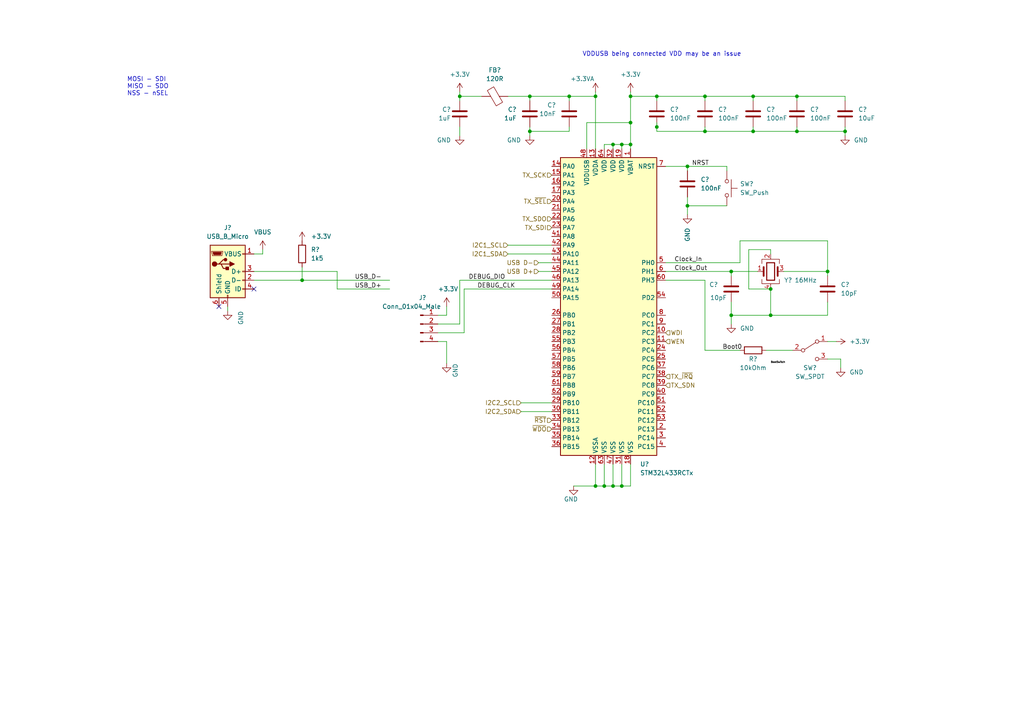
<source format=kicad_sch>
(kicad_sch (version 20211123) (generator eeschema)
  (paper "A4")
  (lib_symbols
    (symbol "Connector:Conn_01x04_Male" (pin_names (offset 1.016) hide)
      (property "Reference" "J" (at 0 5.08 0))
      (property "Value" "Conn_01x04_Male" (at 0 -7.62 0))
      (symbol "Conn_01x04_Male_1_1"
        (polyline (pts (xy 1.27 -5.08) (xy 0.8636 -5.08)) (stroke (width 0.1524)))
        (polyline (pts (xy 1.27 -2.54) (xy 0.8636 -2.54)) (stroke (width 0.1524)))
        (polyline (pts (xy 1.27 0) (xy 0.8636 0)) (stroke (width 0.1524)))
        (polyline (pts (xy 1.27 2.54) (xy 0.8636 2.54)) (stroke (width 0.1524)))
        (rectangle (start 0.8636 -4.953) (end 0 -5.207) (stroke (width 0.1524)) (fill (type outline)))
        (rectangle (start 0.8636 -2.413) (end 0 -2.667) (stroke (width 0.1524)) (fill (type outline)))
        (rectangle (start 0.8636 0.127) (end 0 -0.127) (stroke (width 0.1524)) (fill (type outline)))
        (rectangle (start 0.8636 2.667) (end 0 2.413) (stroke (width 0.1524)) (fill (type outline)))
        (pin passive line (at 5.08 2.54 180) (length 3.81) (name "Pin_1") (number "1"))
        (pin passive line (at 5.08 0 180) (length 3.81) (name "Pin_2") (number "2"))
        (pin passive line (at 5.08 -2.54 180) (length 3.81) (name "Pin_3") (number "3"))
        (pin passive line (at 5.08 -5.08 180) (length 3.81) (name "Pin_4") (number "4"))
      )
    )
    (symbol "Connector:USB_B_Micro" (pin_names (offset 1.016))
      (property "Reference" "J" (at -5.08 11.43 0))
      (property "Value" "USB_B_Micro" (at -5.08 8.89 0))
      (symbol "USB_B_Micro_0_1"
        (rectangle (start -5.08 -7.62) (end 5.08 7.62) (stroke (width 0.254)) (fill (type background)))
        (circle (center -3.81 2.159) (radius 0.635) (stroke (width 0.254)) (fill (type outline)))
        (circle (center -0.635 3.429) (radius 0.381) (stroke (width 0.254)) (fill (type outline)))
        (rectangle (start -0.127 -7.62) (end 0.127 -6.858))
        (polyline (pts (xy -1.905 2.159) (xy 0.635 2.159)) (stroke (width 0.254)))
        (polyline (pts (xy -3.175 2.159) (xy -2.54 2.159) (xy -1.27 3.429) (xy -0.635 3.429)) (stroke (width 0.254)))
        (polyline (pts (xy -2.54 2.159) (xy -1.905 2.159) (xy -1.27 0.889) (xy 0 0.889)) (stroke (width 0.254)))
        (polyline (pts (xy 0.635 2.794) (xy 0.635 1.524) (xy 1.905 2.159) (xy 0.635 2.794)) (stroke (width 0.254)) (fill (type outline)))
        (polyline (pts (xy -4.318 5.588) (xy -1.778 5.588) (xy -2.032 4.826) (xy -4.064 4.826) (xy -4.318 5.588)) (fill (type outline)))
        (polyline (pts (xy -4.699 5.842) (xy -4.699 5.588) (xy -4.445 4.826) (xy -4.445 4.572) (xy -1.651 4.572) (xy -1.651 4.826) (xy -1.397 5.588) (xy -1.397 5.842) (xy -4.699 5.842)))
        (rectangle (start 0.254 1.27) (end -0.508 0.508) (stroke (width 0.254)) (fill (type outline)))
        (rectangle (start 5.08 -5.207) (end 4.318 -4.953))
        (rectangle (start 5.08 -2.667) (end 4.318 -2.413))
        (rectangle (start 5.08 -0.127) (end 4.318 0.127))
        (rectangle (start 5.08 4.953) (end 4.318 5.207))
      )
      (symbol "USB_B_Micro_1_1"
        (pin power_out line (at 7.62 5.08 180) (length 2.54) (name "VBUS") (number "1"))
        (pin bidirectional line (at 7.62 -2.54 180) (length 2.54) (name "D-") (number "2"))
        (pin bidirectional line (at 7.62 0 180) (length 2.54) (name "D+") (number "3"))
        (pin passive line (at 7.62 -5.08 180) (length 2.54) (name "ID") (number "4"))
        (pin power_out line (at 0 -10.16 90) (length 2.54) (name "GND") (number "5"))
        (pin passive line (at -2.54 -10.16 90) (length 2.54) (name "Shield") (number "6"))
      )
    )
    (symbol "Device:C" (pin_numbers hide) (pin_names (offset 0.254))
      (property "Reference" "C" (at 0.635 2.54 0))
      (property "Value" "C" (at 0.635 -2.54 0))
      (symbol "C_0_1"
        (polyline (pts (xy -2.032 -0.762) (xy 2.032 -0.762)) (stroke (width 0.508)))
        (polyline (pts (xy -2.032 0.762) (xy 2.032 0.762)) (stroke (width 0.508)))
      )
      (symbol "C_1_1"
        (pin passive line (at 0 3.81 270) (length 2.794) (name "~") (number "1"))
        (pin passive line (at 0 -3.81 90) (length 2.794) (name "~") (number "2"))
      )
    )
    (symbol "Device:Crystal_GND24" (pin_names (offset 1.016) hide)
      (property "Reference" "Y" (at 3.175 5.08 0))
      (property "Value" "Crystal_GND24" (at 3.175 3.175 0))
      (symbol "Crystal_GND24_0_1"
        (rectangle (start -1.143 2.54) (end 1.143 -2.54) (stroke (width 0.3048)))
        (polyline (pts (xy -2.54 0) (xy -2.032 0)))
        (polyline (pts (xy -2.032 -1.27) (xy -2.032 1.27)) (stroke (width 0.508)))
        (polyline (pts (xy 0 -3.81) (xy 0 -3.556)))
        (polyline (pts (xy 0 3.556) (xy 0 3.81)))
        (polyline (pts (xy 2.032 -1.27) (xy 2.032 1.27)) (stroke (width 0.508)))
        (polyline (pts (xy 2.032 0) (xy 2.54 0)))
        (polyline (pts (xy -2.54 -2.286) (xy -2.54 -3.556) (xy 2.54 -3.556) (xy 2.54 -2.286)))
        (polyline (pts (xy -2.54 2.286) (xy -2.54 3.556) (xy 2.54 3.556) (xy 2.54 2.286)))
      )
      (symbol "Crystal_GND24_1_1"
        (pin passive line (at -3.81 0 0) (length 1.27) (name "1") (number "1"))
        (pin passive line (at 0 5.08 270) (length 1.27) (name "2") (number "2"))
        (pin passive line (at 3.81 0 180) (length 1.27) (name "3") (number "3"))
        (pin passive line (at 0 -5.08 90) (length 1.27) (name "4") (number "4"))
      )
    )
    (symbol "Device:FerriteBead" (pin_numbers hide) (pin_names (offset 0))
      (property "Reference" "FB" (at -3.81 0.635 90))
      (property "Value" "FerriteBead" (at 3.81 0 90))
      (symbol "FerriteBead_0_1"
        (polyline (pts (xy 0 -1.27) (xy 0 -1.2192)))
        (polyline (pts (xy 0 1.27) (xy 0 1.2954)))
        (polyline (pts (xy -2.7686 0.4064) (xy -1.7018 2.2606) (xy 2.7686 -0.3048) (xy 1.6764 -2.159) (xy -2.7686 0.4064)))
      )
      (symbol "FerriteBead_1_1"
        (pin passive line (at 0 3.81 270) (length 2.54) (name "~") (number "1"))
        (pin passive line (at 0 -3.81 90) (length 2.54) (name "~") (number "2"))
      )
    )
    (symbol "Device:R" (pin_numbers hide) (pin_names (offset 0))
      (property "Reference" "R" (at 2.032 0 90))
      (property "Value" "R" (at 0 0 90))
      (symbol "R_0_1"
        (rectangle (start -1.016 -2.54) (end 1.016 2.54) (stroke (width 0.254)))
      )
      (symbol "R_1_1"
        (pin passive line (at 0 3.81 270) (length 1.27) (name "~") (number "1"))
        (pin passive line (at 0 -3.81 90) (length 1.27) (name "~") (number "2"))
      )
    )
    (symbol "MCU_ST_STM32L4:STM32L433RCTx"
      (property "Reference" "U" (at -15.24 44.45 0))
      (property "Value" "STM32L433RCTx" (at 7.62 44.45 0))
      (symbol "STM32L433RCTx_0_1"
        (rectangle (start -15.24 -43.18) (end 12.7 43.18) (stroke (width 0.254)) (fill (type background)))
      )
      (symbol "STM32L433RCTx_1_1"
        (pin power_in line (at -7.62 45.72 270) (length 2.54) (name "VBAT") (number "1"))
        (pin bidirectional line (at -17.78 -7.62 0) (length 2.54) (name "PC2") (number "10"))
        (pin bidirectional line (at -17.78 -10.16 0) (length 2.54) (name "PC3") (number "11"))
        (pin power_in line (at 2.54 -45.72 90) (length 2.54) (name "VSSA") (number "12"))
        (pin power_in line (at 2.54 45.72 270) (length 2.54) (name "VDDA") (number "13"))
        (pin bidirectional line (at 15.24 40.64 180) (length 2.54) (name "PA0") (number "14"))
        (pin bidirectional line (at 15.24 38.1 180) (length 2.54) (name "PA1") (number "15"))
        (pin bidirectional line (at 15.24 35.56 180) (length 2.54) (name "PA2") (number "16"))
        (pin bidirectional line (at 15.24 33.02 180) (length 2.54) (name "PA3") (number "17"))
        (pin power_in line (at -7.62 -45.72 90) (length 2.54) (name "VSS") (number "18"))
        (pin power_in line (at -5.08 45.72 270) (length 2.54) (name "VDD") (number "19"))
        (pin bidirectional line (at -17.78 -35.56 0) (length 2.54) (name "PC13") (number "2"))
        (pin bidirectional line (at 15.24 30.48 180) (length 2.54) (name "PA4") (number "20"))
        (pin bidirectional line (at 15.24 27.94 180) (length 2.54) (name "PA5") (number "21"))
        (pin bidirectional line (at 15.24 25.4 180) (length 2.54) (name "PA6") (number "22"))
        (pin bidirectional line (at 15.24 22.86 180) (length 2.54) (name "PA7") (number "23"))
        (pin bidirectional line (at -17.78 -12.7 0) (length 2.54) (name "PC4") (number "24"))
        (pin bidirectional line (at -17.78 -15.24 0) (length 2.54) (name "PC5") (number "25"))
        (pin bidirectional line (at 15.24 -2.54 180) (length 2.54) (name "PB0") (number "26"))
        (pin bidirectional line (at 15.24 -5.08 180) (length 2.54) (name "PB1") (number "27"))
        (pin bidirectional line (at 15.24 -7.62 180) (length 2.54) (name "PB2") (number "28"))
        (pin bidirectional line (at 15.24 -27.94 180) (length 2.54) (name "PB10") (number "29"))
        (pin bidirectional line (at -17.78 -38.1 0) (length 2.54) (name "PC14") (number "3"))
        (pin bidirectional line (at 15.24 -30.48 180) (length 2.54) (name "PB11") (number "30"))
        (pin power_in line (at -5.08 -45.72 90) (length 2.54) (name "VSS") (number "31"))
        (pin power_in line (at -2.54 45.72 270) (length 2.54) (name "VDD") (number "32"))
        (pin bidirectional line (at 15.24 -33.02 180) (length 2.54) (name "PB12") (number "33"))
        (pin bidirectional line (at 15.24 -35.56 180) (length 2.54) (name "PB13") (number "34"))
        (pin bidirectional line (at 15.24 -38.1 180) (length 2.54) (name "PB14") (number "35"))
        (pin bidirectional line (at 15.24 -40.64 180) (length 2.54) (name "PB15") (number "36"))
        (pin bidirectional line (at -17.78 -17.78 0) (length 2.54) (name "PC6") (number "37"))
        (pin bidirectional line (at -17.78 -20.32 0) (length 2.54) (name "PC7") (number "38"))
        (pin bidirectional line (at -17.78 -22.86 0) (length 2.54) (name "PC8") (number "39"))
        (pin bidirectional line (at -17.78 -40.64 0) (length 2.54) (name "PC15") (number "4"))
        (pin bidirectional line (at -17.78 -25.4 0) (length 2.54) (name "PC9") (number "40"))
        (pin bidirectional line (at 15.24 20.32 180) (length 2.54) (name "PA8") (number "41"))
        (pin bidirectional line (at 15.24 17.78 180) (length 2.54) (name "PA9") (number "42"))
        (pin bidirectional line (at 15.24 15.24 180) (length 2.54) (name "PA10") (number "43"))
        (pin bidirectional line (at 15.24 12.7 180) (length 2.54) (name "PA11") (number "44"))
        (pin bidirectional line (at 15.24 10.16 180) (length 2.54) (name "PA12") (number "45"))
        (pin bidirectional line (at 15.24 7.62 180) (length 2.54) (name "PA13") (number "46"))
        (pin power_in line (at -2.54 -45.72 90) (length 2.54) (name "VSS") (number "47"))
        (pin power_in line (at 5.08 45.72 270) (length 2.54) (name "VDDUSB") (number "48"))
        (pin bidirectional line (at 15.24 5.08 180) (length 2.54) (name "PA14") (number "49"))
        (pin input line (at -17.78 12.7 0) (length 2.54) (name "PH0") (number "5"))
        (pin bidirectional line (at 15.24 2.54 180) (length 2.54) (name "PA15") (number "50"))
        (pin bidirectional line (at -17.78 -27.94 0) (length 2.54) (name "PC10") (number "51"))
        (pin bidirectional line (at -17.78 -30.48 0) (length 2.54) (name "PC11") (number "52"))
        (pin bidirectional line (at -17.78 -33.02 0) (length 2.54) (name "PC12") (number "53"))
        (pin bidirectional line (at -17.78 2.54 0) (length 2.54) (name "PD2") (number "54"))
        (pin bidirectional line (at 15.24 -10.16 180) (length 2.54) (name "PB3") (number "55"))
        (pin bidirectional line (at 15.24 -12.7 180) (length 2.54) (name "PB4") (number "56"))
        (pin bidirectional line (at 15.24 -15.24 180) (length 2.54) (name "PB5") (number "57"))
        (pin bidirectional line (at 15.24 -17.78 180) (length 2.54) (name "PB6") (number "58"))
        (pin bidirectional line (at 15.24 -20.32 180) (length 2.54) (name "PB7") (number "59"))
        (pin input line (at -17.78 10.16 0) (length 2.54) (name "PH1") (number "6"))
        (pin bidirectional line (at -17.78 7.62 0) (length 2.54) (name "PH3") (number "60"))
        (pin bidirectional line (at 15.24 -22.86 180) (length 2.54) (name "PB8") (number "61"))
        (pin bidirectional line (at 15.24 -25.4 180) (length 2.54) (name "PB9") (number "62"))
        (pin power_in line (at 0 -45.72 90) (length 2.54) (name "VSS") (number "63"))
        (pin power_in line (at 0 45.72 270) (length 2.54) (name "VDD") (number "64"))
        (pin input line (at -17.78 40.64 0) (length 2.54) (name "NRST") (number "7"))
        (pin bidirectional line (at -17.78 -2.54 0) (length 2.54) (name "PC0") (number "8"))
        (pin bidirectional line (at -17.78 -5.08 0) (length 2.54) (name "PC1") (number "9"))
      )
    )
    (symbol "Switch:SW_Push" (pin_numbers hide) (pin_names (offset 1.016) hide)
      (property "Reference" "SW" (at 1.27 2.54 0))
      (property "Value" "SW_Push" (at 0 -1.524 0))
      (symbol "SW_Push_0_1"
        (circle (center -2.032 0) (radius 0.508))
        (polyline (pts (xy 0 1.27) (xy 0 3.048)))
        (polyline (pts (xy 2.54 1.27) (xy -2.54 1.27)))
        (circle (center 2.032 0) (radius 0.508))
        (pin passive line (at -5.08 0 0) (length 2.54) (name "1") (number "1"))
        (pin passive line (at 5.08 0 180) (length 2.54) (name "2") (number "2"))
      )
    )
    (symbol "Switch:SW_SPDT" (pin_names (offset 0) hide)
      (property "Reference" "SW" (at 0 4.318 0))
      (property "Value" "SW_SPDT" (at 0 -5.08 0))
      (symbol "SW_SPDT_0_0"
        (circle (center -2.032 0) (radius 0.508))
        (circle (center 2.032 -2.54) (radius 0.508))
      )
      (symbol "SW_SPDT_0_1"
        (polyline (pts (xy -1.524 0.254) (xy 1.651 2.286)))
        (circle (center 2.032 2.54) (radius 0.508))
      )
      (symbol "SW_SPDT_1_1"
        (pin passive line (at 5.08 2.54 180) (length 2.54) (name "A") (number "1"))
        (pin passive line (at -5.08 0 0) (length 2.54) (name "B") (number "2"))
        (pin passive line (at 5.08 -2.54 180) (length 2.54) (name "C") (number "3"))
      )
    )
    (symbol "power:+3.3V" (power) (pin_names (offset 0))
      (property "Value" "+3.3V" (at 0 3.556 0))
      (symbol "+3.3V_0_1"
        (polyline (pts (xy -0.762 1.27) (xy 0 2.54)))
        (polyline (pts (xy 0 0) (xy 0 2.54)))
        (polyline (pts (xy 0 2.54) (xy 0.762 1.27)))
      )
      (symbol "+3.3V_1_1"
        (pin power_in line (at 0 0 90) (length 0) hide (name "+3.3V") (number "1"))
      )
    )
    (symbol "power:+3.3VA" (power) (pin_names (offset 0))
      (property "Value" "+3.3VA" (at 0 3.556 0))
      (symbol "+3.3VA_0_1"
        (polyline (pts (xy -0.762 1.27) (xy 0 2.54)))
        (polyline (pts (xy 0 0) (xy 0 2.54)))
        (polyline (pts (xy 0 2.54) (xy 0.762 1.27)))
      )
      (symbol "+3.3VA_1_1"
        (pin power_in line (at 0 0 90) (length 0) hide (name "+3.3VA") (number "1"))
      )
    )
    (symbol "power:GND" (power) (pin_names (offset 0))
      (property "Value" "GND" (at 0 -3.81 0))
      (symbol "GND_0_1"
        (polyline (pts (xy 0 0) (xy 0 -1.27) (xy 1.27 -1.27) (xy 0 -2.54) (xy -1.27 -1.27) (xy 0 -1.27)))
      )
      (symbol "GND_1_1"
        (pin power_in line (at 0 0 270) (length 0) hide (name "GND") (number "1"))
      )
    )
    (symbol "power:VBUS" (power) (pin_names (offset 0))
      (property "Value" "VBUS" (at 0 3.81 0))
      (symbol "VBUS_0_1"
        (polyline (pts (xy -0.762 1.27) (xy 0 2.54)))
        (polyline (pts (xy 0 0) (xy 0 2.54)))
        (polyline (pts (xy 0 2.54) (xy 0.762 1.27)))
      )
      (symbol "VBUS_1_1"
        (pin power_in line (at 0 0 90) (length 0) hide (name "VBUS") (number "1"))
      )
    )
  )
  (junction (at 204.47 38.1))
  (junction (at 231.14 38.1))
  (junction (at 153.67 27.94))
  (junction (at 182.88 41.91))
  (junction (at 180.34 140.97))
  (junction (at 218.44 38.1))
  (junction (at 199.39 48.26))
  (junction (at 245.11 38.1))
  (junction (at 212.09 91.44))
  (junction (at 180.34 41.91))
  (junction (at 212.09 78.74))
  (junction (at 172.72 27.94))
  (junction (at 165.1 27.94))
  (junction (at 190.5 36.83))
  (junction (at 87.63 81.28))
  (junction (at 218.44 27.94))
  (junction (at 177.8 41.91))
  (junction (at 175.26 140.97))
  (junction (at 240.03 78.74))
  (junction (at 204.47 27.94))
  (junction (at 231.14 27.94))
  (junction (at 177.8 140.97))
  (junction (at 133.35 27.94))
  (junction (at 153.67 38.1))
  (junction (at 182.88 35.56))
  (junction (at 182.88 27.94))
  (junction (at 223.52 91.44))
  (junction (at 199.39 59.69))
  (junction (at 190.5 27.94))
  (junction (at 172.72 140.97))
  (junction (at 223.52 83.82))
  (no_connect (at 73.66 83.82))
  (no_connect (at 63.5 88.9))
  (wire (pts (xy 182.88 27.94) (xy 182.88 26.67)))
  (wire (pts (xy 129.54 91.44) (xy 129.54 88.9)))
  (wire (pts (xy 172.72 27.94) (xy 172.72 43.18)))
  (wire (pts (xy 218.44 36.83) (xy 218.44 38.1)))
  (wire (pts (xy 222.25 101.6) (xy 229.87 101.6)))
  (wire (pts (xy 87.63 81.28) (xy 113.03 81.28)))
  (wire (pts (xy 240.03 104.14) (xy 243.84 104.14)))
  (wire (pts (xy 175.26 41.91) (xy 177.8 41.91)))
  (wire (pts (xy 153.67 36.83) (xy 153.67 38.1)))
  (wire (pts (xy 153.67 38.1) (xy 165.1 38.1)))
  (wire (pts (xy 231.14 27.94) (xy 245.11 27.94)))
  (wire (pts (xy 182.88 140.97) (xy 180.34 140.97)))
  (wire (pts (xy 172.72 26.67) (xy 172.72 27.94)))
  (wire (pts (xy 76.2 72.39) (xy 76.2 73.66)))
  (wire (pts (xy 180.34 134.62) (xy 180.34 140.97)))
  (wire (pts (xy 243.84 104.14) (xy 243.84 106.68)))
  (wire (pts (xy 129.54 99.06) (xy 129.54 105.41)))
  (wire (pts (xy 212.09 87.63) (xy 212.09 91.44)))
  (wire (pts (xy 180.34 41.91) (xy 180.34 43.18)))
  (wire (pts (xy 177.8 41.91) (xy 177.8 43.18)))
  (wire (pts (xy 182.88 43.18) (xy 182.88 41.91)))
  (wire (pts (xy 182.88 41.91) (xy 180.34 41.91)))
  (wire (pts (xy 240.03 80.01) (xy 240.03 78.74)))
  (wire (pts (xy 199.39 59.69) (xy 210.82 59.69)))
  (wire (pts (xy 73.66 81.28) (xy 87.63 81.28)))
  (wire (pts (xy 210.82 48.26) (xy 210.82 49.53)))
  (wire (pts (xy 170.18 43.18) (xy 170.18 35.56)))
  (wire (pts (xy 76.2 73.66) (xy 73.66 73.66)))
  (wire (pts (xy 218.44 38.1) (xy 204.47 38.1)))
  (wire (pts (xy 172.72 140.97) (xy 166.37 140.97)))
  (wire (pts (xy 190.5 36.83) (xy 190.5 35.56)))
  (wire (pts (xy 227.33 78.74) (xy 240.03 78.74)))
  (wire (pts (xy 172.72 134.62) (xy 172.72 140.97)))
  (wire (pts (xy 199.39 57.15) (xy 199.39 59.69)))
  (wire (pts (xy 204.47 81.28) (xy 193.04 81.28)))
  (wire (pts (xy 133.35 81.28) (xy 133.35 93.98)))
  (wire (pts (xy 127 91.44) (xy 129.54 91.44)))
  (wire (pts (xy 245.11 38.1) (xy 231.14 38.1)))
  (wire (pts (xy 151.13 116.84) (xy 160.02 116.84)))
  (wire (pts (xy 204.47 38.1) (xy 190.5 38.1)))
  (wire (pts (xy 231.14 38.1) (xy 218.44 38.1)))
  (wire (pts (xy 217.17 83.82) (xy 223.52 83.82)))
  (wire (pts (xy 147.32 71.12) (xy 160.02 71.12)))
  (wire (pts (xy 193.04 48.26) (xy 199.39 48.26)))
  (wire (pts (xy 127 99.06) (xy 129.54 99.06)))
  (wire (pts (xy 190.5 38.1) (xy 190.5 36.83)))
  (wire (pts (xy 156.21 76.2) (xy 160.02 76.2)))
  (wire (pts (xy 223.52 83.82) (xy 223.52 91.44)))
  (wire (pts (xy 240.03 91.44) (xy 223.52 91.44)))
  (wire (pts (xy 133.35 27.94) (xy 133.35 26.67)))
  (wire (pts (xy 199.39 48.26) (xy 199.39 49.53)))
  (wire (pts (xy 133.35 27.94) (xy 133.35 29.21)))
  (wire (pts (xy 212.09 91.44) (xy 223.52 91.44)))
  (wire (pts (xy 231.14 36.83) (xy 231.14 38.1)))
  (wire (pts (xy 165.1 27.94) (xy 153.67 27.94)))
  (wire (pts (xy 193.04 78.74) (xy 212.09 78.74)))
  (wire (pts (xy 134.62 96.52) (xy 127 96.52)))
  (wire (pts (xy 172.72 27.94) (xy 165.1 27.94)))
  (wire (pts (xy 97.79 78.74) (xy 97.79 83.82)))
  (wire (pts (xy 147.32 73.66) (xy 160.02 73.66)))
  (wire (pts (xy 180.34 140.97) (xy 177.8 140.97)))
  (wire (pts (xy 240.03 87.63) (xy 240.03 91.44)))
  (wire (pts (xy 245.11 38.1) (xy 245.11 39.37)))
  (wire (pts (xy 212.09 78.74) (xy 212.09 80.01)))
  (wire (pts (xy 151.13 119.38) (xy 160.02 119.38)))
  (wire (pts (xy 177.8 134.62) (xy 177.8 140.97)))
  (wire (pts (xy 199.39 62.23) (xy 199.39 59.69)))
  (wire (pts (xy 87.63 77.47) (xy 87.63 81.28)))
  (wire (pts (xy 245.11 27.94) (xy 245.11 29.21)))
  (wire (pts (xy 223.52 73.66) (xy 223.52 72.39)))
  (wire (pts (xy 240.03 99.06) (xy 242.57 99.06)))
  (wire (pts (xy 175.26 43.18) (xy 175.26 41.91)))
  (wire (pts (xy 170.18 35.56) (xy 182.88 35.56)))
  (wire (pts (xy 240.03 78.74) (xy 240.03 69.85)))
  (wire (pts (xy 97.79 83.82) (xy 113.03 83.82)))
  (wire (pts (xy 177.8 140.97) (xy 175.26 140.97)))
  (wire (pts (xy 212.09 91.44) (xy 212.09 93.98)))
  (wire (pts (xy 165.1 27.94) (xy 165.1 29.21)))
  (wire (pts (xy 204.47 101.6) (xy 214.63 101.6)))
  (wire (pts (xy 204.47 101.6) (xy 204.47 81.28)))
  (wire (pts (xy 190.5 27.94) (xy 204.47 27.94)))
  (wire (pts (xy 212.09 78.74) (xy 219.71 78.74)))
  (wire (pts (xy 204.47 27.94) (xy 218.44 27.94)))
  (wire (pts (xy 133.35 93.98) (xy 127 93.98)))
  (wire (pts (xy 218.44 29.21) (xy 218.44 27.94)))
  (wire (pts (xy 153.67 38.1) (xy 153.67 39.37)))
  (wire (pts (xy 134.62 83.82) (xy 160.02 83.82)))
  (wire (pts (xy 231.14 27.94) (xy 231.14 29.21)))
  (wire (pts (xy 175.26 140.97) (xy 172.72 140.97)))
  (wire (pts (xy 199.39 48.26) (xy 210.82 48.26)))
  (wire (pts (xy 190.5 29.21) (xy 190.5 27.94)))
  (wire (pts (xy 133.35 81.28) (xy 160.02 81.28)))
  (wire (pts (xy 175.26 134.62) (xy 175.26 140.97)))
  (wire (pts (xy 245.11 36.83) (xy 245.11 38.1)))
  (wire (pts (xy 156.21 78.74) (xy 160.02 78.74)))
  (wire (pts (xy 204.47 29.21) (xy 204.47 27.94)))
  (wire (pts (xy 153.67 27.94) (xy 153.67 29.21)))
  (wire (pts (xy 223.52 72.39) (xy 217.17 72.39)))
  (wire (pts (xy 153.67 27.94) (xy 147.32 27.94)))
  (wire (pts (xy 165.1 36.83) (xy 165.1 38.1)))
  (wire (pts (xy 214.63 69.85) (xy 214.63 76.2)))
  (wire (pts (xy 66.04 88.9) (xy 66.04 90.17)))
  (wire (pts (xy 133.35 36.83) (xy 133.35 39.37)))
  (wire (pts (xy 193.04 76.2) (xy 214.63 76.2)))
  (wire (pts (xy 182.88 41.91) (xy 182.88 35.56)))
  (wire (pts (xy 217.17 72.39) (xy 217.17 83.82)))
  (wire (pts (xy 139.7 27.94) (xy 133.35 27.94)))
  (wire (pts (xy 182.88 27.94) (xy 190.5 27.94)))
  (wire (pts (xy 218.44 27.94) (xy 231.14 27.94)))
  (wire (pts (xy 204.47 36.83) (xy 204.47 38.1)))
  (wire (pts (xy 182.88 134.62) (xy 182.88 140.97)))
  (wire (pts (xy 180.34 41.91) (xy 177.8 41.91)))
  (wire (pts (xy 134.62 83.82) (xy 134.62 96.52)))
  (wire (pts (xy 73.66 78.74) (xy 97.79 78.74)))
  (wire (pts (xy 182.88 35.56) (xy 182.88 27.94)))
  (wire (pts (xy 240.03 69.85) (xy 214.63 69.85)))
  (text "MOSI - SDI\nMISO - SDO\nNSS - nSEL " (at 36.83 27.94 0) (effects (font (size 1.27 1.27)) (justify left bottom)))
  (text "VDDUSB being connected VDD may be an issue\n" (at 168.91 16.51 0) (effects (font (size 1.27 1.27)) (justify left bottom)))
  (label "DEBUG_CLK" (at 138.43 83.82 0))
  (label "BootSwitch" (at 223.52 105.41 0) (effects (font (size 0.5 0.5))))
  (label "NRST" (at 200.66 48.26 0))
  (label "Boot0" (at 209.55 101.6 0))
  (label "Clock_In" (at 195.58 76.2 0))
  (label "USB_D-" (at 102.87 81.28 0))
  (label "Clock_Out" (at 195.58 78.74 0))
  (label "USB_D+" (at 102.87 83.82 0))
  (label "DEBUG_DIO" (at 135.89 81.28 0))
  (hierarchical_label "~{WDO}" (shape input) (at 160.02 124.46 180))
  (hierarchical_label "USB D+" (shape input) (at 156.21 78.74 180))
  (hierarchical_label "TX_SDI" (shape input) (at 160.02 66.04 180))
  (hierarchical_label "TX_SDN" (shape input) (at 193.04 111.76 0))
  (hierarchical_label "~{RST}" (shape input) (at 160.02 121.92 180))
  (hierarchical_label "WEN" (shape input) (at 193.04 99.06 0))
  (hierarchical_label "I2C2_SDA" (shape input) (at 151.13 119.38 180))
  (hierarchical_label "I2C1_SCL" (shape input) (at 147.32 71.12 180))
  (hierarchical_label "I2C2_SCL" (shape input) (at 151.13 116.84 180))
  (hierarchical_label "USB D-" (shape input) (at 156.21 76.2 180))
  (hierarchical_label "TX_~{SEL}" (shape input) (at 160.02 58.42 180))
  (hierarchical_label "I2C1_SDA" (shape input) (at 147.32 73.66 180))
  (hierarchical_label "TX_SDO" (shape input) (at 160.02 63.5 180))
  (hierarchical_label "TX_~{IRQ}" (shape input) (at 193.04 109.22 0))
  (hierarchical_label "TX_SCK" (shape input) (at 160.02 50.8 180))
  (hierarchical_label "WDI" (shape input) (at 193.04 96.52 0))
  (symbol (lib_id "power:+3.3V") (at 242.57 99.06 270) (mirror x)
    (property "Reference" "#PWR?" (effects hide))
    (property "Value" "+3.3V" (at 246.38 99.0599 90) (effects (justify left)))
  )
  (symbol (lib_id "Connector:USB_B_Micro") (at 66.04 78.74 0)
    (property "Reference" "J?" (at 66.04 66.04 0))
    (property "Value" "USB_B_Micro" (at 66.04 68.58 0))
  )
  (symbol (lib_id "power:GND") (at 245.11 39.37 0)
    (property "Reference" "#PWR?" (effects hide))
    (property "Value" "GND" (at 247.65 40.6399 0) (effects (justify left)))
  )
  (symbol (lib_id "power:GND") (at 243.84 106.68 0)
    (property "Reference" "#PWR?" (effects hide))
    (property "Value" "GND" (at 246.38 107.9499 0) (effects (justify left)))
  )
  (symbol (lib_id "Device:C") (at 153.67 33.02 0) (mirror y)
    (property "Reference" "C?" (at 149.86 31.7499 0) (effects (justify left)))
    (property "Value" "1uF" (at 149.86 34.2899 0) (effects (justify left)))
    (property "Footprint" "Capacitor_SMD:C_0402_1005Metric_Pad0.74x0.62mm_HandSolder" (effects hide))
    (property "Datasheet" "https://www.digikey.com/en/products/detail/murata-electronics/GRM033R60J105MEA2D/4213369" (effects hide))
  )
  (symbol (lib_id "power:GND") (at 66.04 90.17 0)
    (property "Reference" "#PWR?" (effects hide))
    (property "Value" "GND" (at 69.85 90.17 90) (effects (justify right)))
  )
  (symbol (lib_id "Device:R") (at 87.63 73.66 0)
    (property "Reference" "R?" (at 90.17 72.3899 0) (effects (justify left)))
    (property "Value" "1k5" (at 90.17 74.9299 0) (effects (justify left)))
    (property "Footprint" "Resistor_SMD:R_0402_1005Metric_Pad0.72x0.64mm_HandSolder" (effects hide))
    (property "Datasheet" "https://www.digikey.com/en/products/detail/panasonic-electronic-components/ERA-8ARW102V/5141111" (effects hide))
  )
  (symbol (lib_id "power:GND") (at 129.54 105.41 0)
    (property "Reference" "#PWR?" (effects hide))
    (property "Value" "GND" (at 132.08 105.41 90) (effects (justify right)))
  )
  (symbol (lib_id "Device:C") (at 133.35 33.02 0) (mirror y)
    (property "Reference" "C?" (at 130.81 31.75 0) (effects (justify left)))
    (property "Value" "1uF" (at 130.81 34.29 0) (effects (justify left)))
    (property "Footprint" "Capacitor_SMD:C_0402_1005Metric_Pad0.74x0.62mm_HandSolder" (effects hide))
    (property "Datasheet" "https://www.digikey.com/en/products/detail/murata-electronics/GRM033R60J105MEA2D/4213369" (effects hide))
  )
  (symbol (lib_id "Device:C") (at 190.5 33.02 0)
    (property "Reference" "C?" (at 194.31 31.7499 0) (effects (justify left)))
    (property "Value" "100nF" (at 194.31 34.2899 0) (effects (justify left)))
    (property "Footprint" "Capacitor_SMD:C_0402_1005Metric_Pad0.74x0.62mm_HandSolder" (effects hide))
    (property "Datasheet" "https://www.digikey.com/en/products/detail/murata-electronics/GRM033C71C104KE14D/5027472" (effects hide))
  )
  (symbol (lib_id "Device:FerriteBead") (at 143.51 27.94 270) (mirror x)
    (property "Reference" "FB?" (at 143.51 20.32 90))
    (property "Value" "120R" (at 143.51 22.86 90))
    (property "Footprint" "BLM21PG221SN1D:BEADC2012X105N" (effects hide))
  )
  (symbol (lib_id "power:VBUS") (at 76.2 72.39 0)
    (property "Reference" "#PWR?" (effects hide))
    (property "Value" "VBUS" (at 76.2 67.31 0))
  )
  (symbol (lib_id "Switch:SW_Push") (at 210.82 54.61 270)
    (property "Reference" "SW?" (at 214.63 53.3399 90) (effects (justify left)))
    (property "Value" "SW_Push" (at 214.63 55.8799 90) (effects (justify left)))
    (property "Footprint" "Button_Switch_THT:SW_PUSH-12mm" (effects hide))
  )
  (symbol (lib_id "Connector:Conn_01x04_Male") (at 121.92 93.98 0)
    (property "Reference" "J?" (at 122.555 86.36 0))
    (property "Value" "Conn_01x04_Male" (at 119.38 88.9 0))
    (property "Footprint" "Connector_PinHeader_1.00mm:PinHeader_1x04_P1.00mm_Horizontal" (effects hide))
  )
  (symbol (lib_id "power:GND") (at 133.35 39.37 0) (mirror y)
    (property "Reference" "#PWR?" (effects hide))
    (property "Value" "GND" (at 130.81 40.6399 0) (effects (justify left)))
  )
  (symbol (lib_id "Device:C") (at 245.11 33.02 0)
    (property "Reference" "C?" (at 248.92 31.7499 0) (effects (justify left)))
    (property "Value" "10uF" (at 248.92 34.2899 0) (effects (justify left)))
    (property "Footprint" "Capacitor_SMD:C_0402_1005Metric_Pad0.74x0.62mm_HandSolder" (effects hide))
  )
  (symbol (lib_id "power:GND") (at 153.67 39.37 0) (mirror y)
    (property "Reference" "#PWR?" (effects hide))
    (property "Value" "GND" (at 151.13 40.6399 0) (effects (justify left)))
  )
  (symbol (lib_id "Device:C") (at 199.39 53.34 0)
    (property "Reference" "C?" (at 203.2 52.0699 0) (effects (justify left)))
    (property "Value" "100nF" (at 203.2 54.6099 0) (effects (justify left)))
    (property "Footprint" "Capacitor_SMD:C_0402_1005Metric_Pad0.74x0.62mm_HandSolder" (effects hide))
    (property "Datasheet" "https://www.digikey.com/en/products/detail/murata-electronics/GRM033C71C104KE14D/5027472" (effects hide))
  )
  (symbol (lib_id "power:GND") (at 212.09 93.98 0)
    (property "Reference" "#PWR?" (effects hide))
    (property "Value" "GND" (at 214.63 95.2499 0) (effects (justify left)))
  )
  (symbol (lib_id "Device:C") (at 212.09 83.82 0) (mirror x)
    (property "Reference" "C?" (at 208.28 82.5499 0) (effects (justify right)))
    (property "Value" "10pF" (at 210.82 86.36 0) (effects (justify right)))
    (property "Footprint" "Capacitor_SMD:C_0402_1005Metric_Pad0.74x0.62mm_HandSolder" (effects hide))
    (property "Datasheet" "https://www.digikey.com/en/products/detail/murata-electronics/GRM0335C1H100FA01J/4358681" (effects hide))
  )
  (symbol (lib_id "power:+3.3V") (at 182.88 26.67 0)
    (property "Reference" "#PWR?" (effects hide))
    (property "Value" "+3.3V" (at 182.88 21.59 0))
  )
  (symbol (lib_id "MCU_ST_STM32L4:STM32L433RCTx") (at 175.26 88.9 0) (mirror y)
    (property "Reference" "U?" (at 185.6487 134.62 0) (effects (justify right)))
    (property "Value" "STM32L433RCTx" (at 185.6487 137.16 0) (effects (justify right)))
    (property "Footprint" "Package_QFP:LQFP-64_10x10mm_P0.5mm" (effects hide))
    (property "Datasheet" "http://www.st.com/st-web-ui/static/active/en/resource/technical/document/datasheet/DM00257192.pdf" (effects hide))
  )
  (symbol (lib_id "power:+3.3V") (at 129.54 88.9 0) (mirror y)
    (property "Reference" "#PWR?" (effects hide))
    (property "Value" "+3.3V" (at 127 83.82 0) (effects (justify right)))
  )
  (symbol (lib_id "power:GND") (at 199.39 62.23 0)
    (property "Reference" "#PWR?" (effects hide))
    (property "Value" "GND" (at 199.3899 66.04 90) (effects (justify right)))
  )
  (symbol (lib_id "Device:C") (at 204.47 33.02 0)
    (property "Reference" "C?" (at 208.28 31.7499 0) (effects (justify left)))
    (property "Value" "100nF" (at 208.28 34.2899 0) (effects (justify left)))
    (property "Footprint" "Capacitor_SMD:C_0402_1005Metric_Pad0.74x0.62mm_HandSolder" (effects hide))
    (property "Datasheet" "https://www.digikey.com/en/products/detail/murata-electronics/GRM033C71C104KE14D/5027472" (effects hide))
  )
  (symbol (lib_id "Device:R") (at 218.44 101.6 90)
    (property "Reference" "R?" (at 218.44 104.14 90))
    (property "Value" "10kOhm" (at 218.44 106.68 90))
    (property "Footprint" "Resistor_SMD:R_0402_1005Metric_Pad0.72x0.64mm_HandSolder" (effects hide))
    (property "Datasheet" "https://www.digikey.com/en/products/detail/yageo/RC0402JR-1310KL/13694115" (effects hide))
  )
  (symbol (lib_id "Device:Crystal_GND24") (at 223.52 78.74 0)
    (property "Reference" "Y?" (at 228.6 81.28 0))
    (property "Value" "16MHz" (at 233.68 81.28 0))
  )
  (symbol (lib_id "Device:C") (at 165.1 33.02 0) (mirror y)
    (property "Reference" "C?" (at 161.29 30.4799 0) (effects (justify left)))
    (property "Value" "10nF" (at 161.29 33.0199 0) (effects (justify left)))
    (property "Footprint" "Capacitor_SMD:C_0402_1005Metric_Pad0.74x0.62mm_HandSolder" (effects hide))
    (property "Datasheet" "https://www.digikey.com/en/products/detail/murata-electronics/GRM033C80J123KE01D/2543438" (effects hide))
  )
  (symbol (lib_id "Device:C") (at 231.14 33.02 0)
    (property "Reference" "C?" (at 234.95 31.7499 0) (effects (justify left)))
    (property "Value" "100nF" (at 234.95 34.2899 0) (effects (justify left)))
    (property "Footprint" "Capacitor_SMD:C_0402_1005Metric_Pad0.74x0.62mm_HandSolder" (effects hide))
    (property "Datasheet" "https://www.digikey.com/en/products/detail/murata-electronics/GRM033C71C104KE14D/5027472" (effects hide))
  )
  (symbol (lib_id "Switch:SW_SPDT") (at 234.95 101.6 0)
    (property "Reference" "SW?" (at 234.95 106.68 0))
    (property "Value" "SW_SPDT" (at 234.95 109.22 0))
    (property "Footprint" "Button_Switch_SMD:SW_SPDT_CK-JS102011SAQN" (effects hide))
  )
  (symbol (lib_id "Device:C") (at 240.03 83.82 0)
    (property "Reference" "C?" (at 243.84 82.5499 0) (effects (justify left)))
    (property "Value" "10pF" (at 243.84 85.0899 0) (effects (justify left)))
    (property "Footprint" "Capacitor_SMD:C_0402_1005Metric_Pad0.74x0.62mm_HandSolder" (effects hide))
    (property "Datasheet" "https://www.digikey.com/en/products/detail/murata-electronics/GRM0335C1H100FA01J/4358681" (effects hide))
  )
  (symbol (lib_id "power:+3.3VA") (at 172.72 26.67 0) (mirror y)
    (property "Reference" "#PWR?" (effects hide))
    (property "Value" "+3.3VA" (at 168.91 22.86 0))
  )
  (symbol (lib_id "power:+3.3V") (at 87.63 69.85 0) (mirror y)
    (property "Reference" "#PWR?" (effects hide))
    (property "Value" "+3.3V" (at 90.17 68.5799 0) (effects (justify right)))
  )
  (symbol (lib_id "power:GND") (at 166.37 140.97 0)
    (property "Reference" "#PWR?" (effects hide))
    (property "Value" "GND" (at 167.64 144.78 0) (effects (justify right)))
  )
  (symbol (lib_id "power:+3.3V") (at 133.35 26.67 0)
    (property "Reference" "#PWR?" (effects hide))
    (property "Value" "+3.3V" (at 133.35 21.59 0))
  )
  (symbol (lib_id "Device:C") (at 218.44 33.02 0)
    (property "Reference" "C?" (at 222.25 31.7499 0) (effects (justify left)))
    (property "Value" "100nF" (at 222.25 34.2899 0) (effects (justify left)))
    (property "Footprint" "Capacitor_SMD:C_0402_1005Metric_Pad0.74x0.62mm_HandSolder" (effects hide))
    (property "Datasheet" "https://www.digikey.com/en/products/detail/murata-electronics/GRM033C71C104KE14D/5027472" (effects hide))
  )
)
</source>
